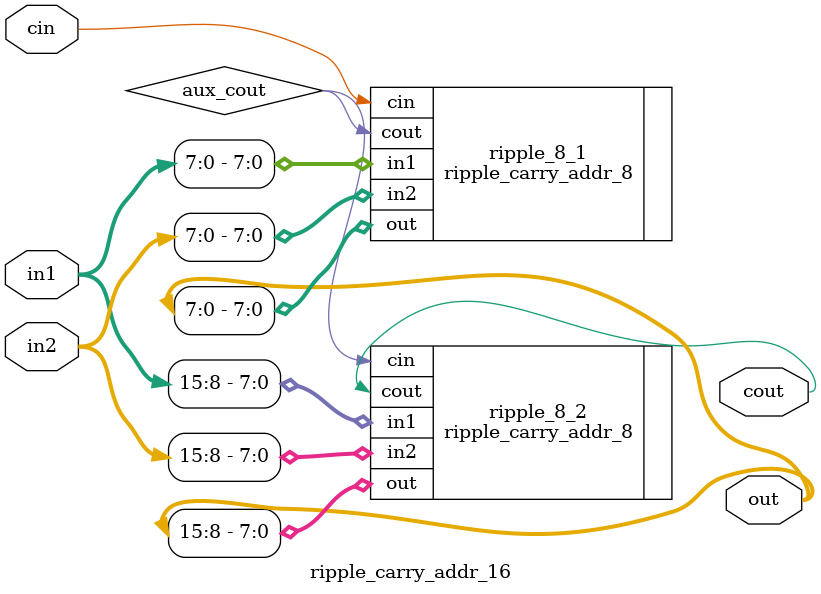
<source format=v>
`timescale 1ns / 1ps

/*
/////////////////////////////////////////////
//// COA LAB Assignment 3                ////
//// Group Number 23                     ////
//// Ashwani Kumar Kamal (20CS10011)     ////
//// Astitva (20CS30007)                 ////
/////////////////////////////////////////////
*/

// ripple carry adder (16 bit)
// inputs: in1 (16 bit), in2 (16 bit), cin (cin is input carry)
// outputs: out (16 bit), cout (out is sum, cout is output carry)

module ripple_carry_addr_16(
    input[15:0] in1, 
    input[15:0] in2, 
    input cin, 
    output[15:0] out, 
    output cout
    );

    // auxiliary wire for connecting two 8 bit ripple carry adders
    wire aux_cout;

    // concatenate two 8 bit ripple carry adders to make a ripple carry adder for 16 bits
    // connect output of previous ripple carry adder with input of current ripple carry adder using wire
    // Structural design pattern
    ripple_carry_addr_8 ripple_8_1(.in1(in1[7:0]), .in2(in2[7:0]), .cin(cin), .out(out[7:0]), .cout(aux_cout));
    ripple_carry_addr_8 ripple_8_2(.in1(in1[15:8]), .in2(in2[15:8]), .cin(aux_cout), .out(out[15:8]), .cout(cout));

endmodule

</source>
